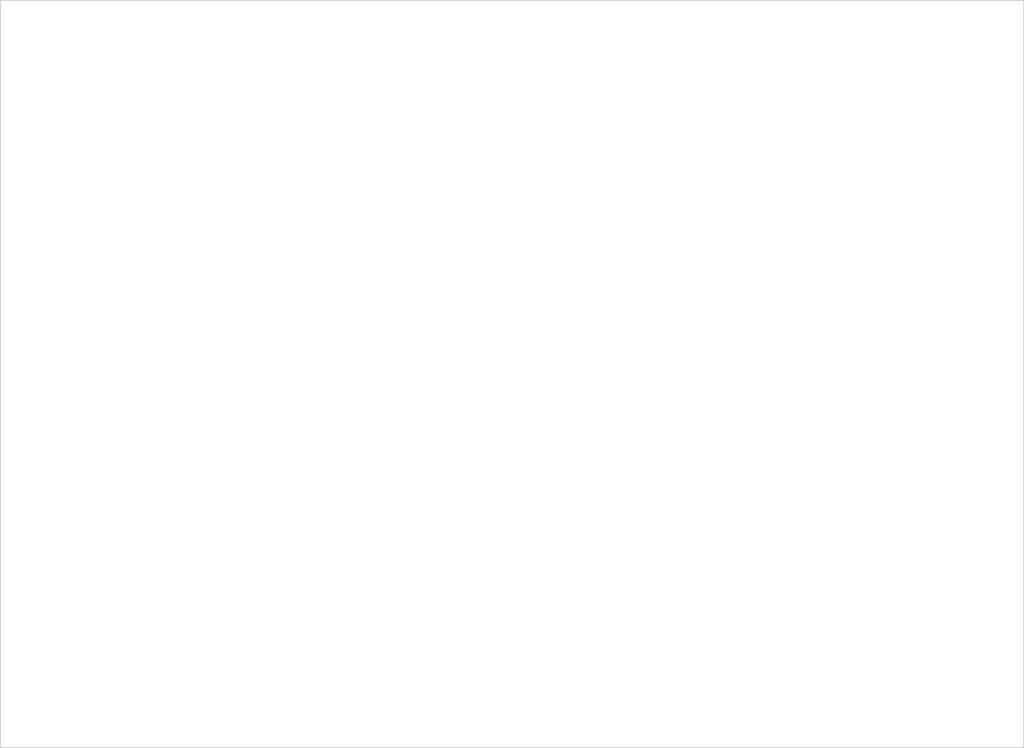
<source format=kicad_pcb>
(kicad_pcb (version 20221018) (generator pcbnew)

  (general
    (thickness 1.6)
  )

  (paper "A3")
  (layers
    (0 "F.Cu" signal)
    (31 "B.Cu" signal)
    (32 "B.Adhes" user "B.Adhesive")
    (33 "F.Adhes" user "F.Adhesive")
    (34 "B.Paste" user)
    (35 "F.Paste" user)
    (36 "B.SilkS" user "B.Silkscreen")
    (37 "F.SilkS" user "F.Silkscreen")
    (38 "B.Mask" user)
    (39 "F.Mask" user)
    (40 "Dwgs.User" user "User.Drawings")
    (41 "Cmts.User" user "User.Comments")
    (42 "Eco1.User" user "User.Eco1")
    (43 "Eco2.User" user "User.Eco2")
    (44 "Edge.Cuts" user)
    (45 "Margin" user)
    (46 "B.CrtYd" user "B.Courtyard")
    (47 "F.CrtYd" user "F.Courtyard")
    (48 "B.Fab" user)
    (49 "F.Fab" user)
  )

  (setup
    (pad_to_mask_clearance 0.051)
    (solder_mask_min_width 0.25)
    (pcbplotparams
      (layerselection 0x00010fc_ffffffff)
      (plot_on_all_layers_selection 0x0000000_00000000)
      (disableapertmacros false)
      (usegerberextensions false)
      (usegerberattributes false)
      (usegerberadvancedattributes false)
      (creategerberjobfile false)
      (dashed_line_dash_ratio 12.000000)
      (dashed_line_gap_ratio 3.000000)
      (svgprecision 4)
      (plotframeref false)
      (viasonmask false)
      (mode 1)
      (useauxorigin false)
      (hpglpennumber 1)
      (hpglpenspeed 20)
      (hpglpendiameter 15.000000)
      (dxfpolygonmode true)
      (dxfimperialunits true)
      (dxfusepcbnewfont true)
      (psnegative false)
      (psa4output false)
      (plotreference true)
      (plotvalue true)
      (plotinvisibletext false)
      (sketchpadsonfab false)
      (subtractmaskfromsilk false)
      (outputformat 1)
      (mirror false)
      (drillshape 1)
      (scaleselection 1)
      (outputdirectory "")
    )
  )

  (net 0 "")

  (gr_line (start 109.520886 222.557865) (end 109.520886 95.6153)
    (stroke (width 0.2) (type solid)) (layer "Dwgs.User") (tstamp 40a39c57-a6b9-4d5f-8a92-ab5e279bf4a9))
  (gr_line (start 109.520886 66.557865) (end 109.520886 88.500429)
    (stroke (width 0.2) (type solid)) (layer "Dwgs.User") (tstamp 4b3c451b-b13d-4313-92b0-a50ef326a6e6))
  (gr_line (start 306.870697 190.264078) (end 209.284398 190.264078)
    (stroke (width 0.2) (type solid)) (layer "Dwgs.User") (tstamp 4cef6203-d181-4e30-9255-3c4ae3a4e7da))
  (gr_line (start 89.870697 223.557865) (end 89.870697 187.089078)
    (stroke (width 0.2) (type solid)) (layer "Dwgs.User") (tstamp c6201ba5-4d66-427d-895b-42fb9d951344))
  (gr_line (start 91.870697 190.264078) (end 199.874371 190.264078)
    (stroke (width 0.2) (type solid)) (layer "Dwgs.User") (tstamp cff67914-77f0-4a76-adfe-7902359e32a7))
  (gr_line (start 90.870697 224.557865) (end 112.695886 224.557865)
    (stroke (width 0.2) (type solid)) (layer "Dwgs.User") (tstamp f229768d-d52c-479e-a1d6-4deb2c47e373))
  (gr_line (start 308.870697 64.557865) (end 89.870697 64.557865)
    (stroke (width 0.2) (type solid)) (layer "Edge.Cuts") (tstamp 1663606e-f23d-4391-8686-d7cae88350ec))
  (gr_line (start 89.870697 224.557865) (end 308.870697 224.557865)
    (stroke (width 0.2) (type solid)) (layer "Edge.Cuts") (tstamp 5fea6112-afd2-492f-86cf-ad5d2a2bd174))
  (gr_line (start 89.870697 64.557865) (end 89.870697 224.557865)
    (stroke (width 0.2) (type solid)) (layer "Edge.Cuts") (tstamp 611bec2b-7601-4c2d-b386-f29f79f2c837))
  (gr_line (start 308.870697 224.557865) (end 308.870697 64.557865)
    (stroke (width 0.2) (type solid)) (layer "Edge.Cuts") (tstamp 876c0258-eede-4531-beaa-8f30b7587359))
  (gr_text "[8.62]" (at 204.579384 192.153539) (layer "Dwgs.User") (tstamp 4b237e44-2475-4fab-9033-b37ce63369c1)
    (effects (font (size 1.7 1.53) (thickness 0.2125)))
  )
  (gr_text "[6.30]" (at 109.520886 93.947326) (layer "Dwgs.User") (tstamp 728aac6d-a1e9-4412-93dd-d99be695977e)
    (effects (font (size 1.7 1.53) (thickness 0.2125)))
  )
  (gr_text " 160.00" (at 109.520886 90.38989) (layer "Dwgs.User") (tstamp e815abc8-727b-4b82-8012-cce01122ee4f)
    (effects (font (size 1.7 1.53) (thickness 0.2125)))
  )
  (gr_text " 219.00" (at 204.579384 188.596104) (layer "Dwgs.User") (tstamp f560c04e-a0e2-44cc-83fc-7822b3d76aee)
    (effects (font (size 1.7 1.53) (thickness 0.2125)))
  )

)

</source>
